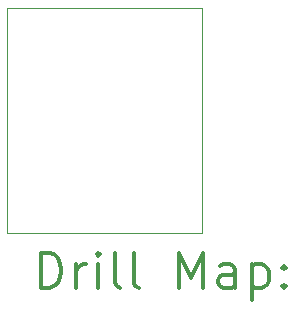
<source format=gbr>
%FSLAX45Y45*%
G04 Gerber Fmt 4.5, Leading zero omitted, Abs format (unit mm)*
G04 Created by KiCad (PCBNEW 5.1.6) date 2020-08-27 23:48:38*
%MOMM*%
%LPD*%
G01*
G04 APERTURE LIST*
%TA.AperFunction,Profile*%
%ADD10C,0.050000*%
%TD*%
%ADD11C,0.200000*%
%ADD12C,0.300000*%
G04 APERTURE END LIST*
D10*
X4953000Y-5080000D02*
X4953000Y-3175000D01*
X6604000Y-5080000D02*
X4953000Y-5080000D01*
X6604000Y-3175000D02*
X6604000Y-5080000D01*
X4953000Y-3175000D02*
X6604000Y-3175000D01*
D11*
D12*
X5236928Y-5548214D02*
X5236928Y-5248214D01*
X5308357Y-5248214D01*
X5351214Y-5262500D01*
X5379786Y-5291072D01*
X5394071Y-5319643D01*
X5408357Y-5376786D01*
X5408357Y-5419643D01*
X5394071Y-5476786D01*
X5379786Y-5505357D01*
X5351214Y-5533929D01*
X5308357Y-5548214D01*
X5236928Y-5548214D01*
X5536928Y-5548214D02*
X5536928Y-5348214D01*
X5536928Y-5405357D02*
X5551214Y-5376786D01*
X5565500Y-5362500D01*
X5594071Y-5348214D01*
X5622643Y-5348214D01*
X5722643Y-5548214D02*
X5722643Y-5348214D01*
X5722643Y-5248214D02*
X5708357Y-5262500D01*
X5722643Y-5276786D01*
X5736928Y-5262500D01*
X5722643Y-5248214D01*
X5722643Y-5276786D01*
X5908357Y-5548214D02*
X5879786Y-5533929D01*
X5865500Y-5505357D01*
X5865500Y-5248214D01*
X6065500Y-5548214D02*
X6036928Y-5533929D01*
X6022643Y-5505357D01*
X6022643Y-5248214D01*
X6408357Y-5548214D02*
X6408357Y-5248214D01*
X6508357Y-5462500D01*
X6608357Y-5248214D01*
X6608357Y-5548214D01*
X6879786Y-5548214D02*
X6879786Y-5391072D01*
X6865500Y-5362500D01*
X6836928Y-5348214D01*
X6779786Y-5348214D01*
X6751214Y-5362500D01*
X6879786Y-5533929D02*
X6851214Y-5548214D01*
X6779786Y-5548214D01*
X6751214Y-5533929D01*
X6736928Y-5505357D01*
X6736928Y-5476786D01*
X6751214Y-5448214D01*
X6779786Y-5433929D01*
X6851214Y-5433929D01*
X6879786Y-5419643D01*
X7022643Y-5348214D02*
X7022643Y-5648214D01*
X7022643Y-5362500D02*
X7051214Y-5348214D01*
X7108357Y-5348214D01*
X7136928Y-5362500D01*
X7151214Y-5376786D01*
X7165500Y-5405357D01*
X7165500Y-5491072D01*
X7151214Y-5519643D01*
X7136928Y-5533929D01*
X7108357Y-5548214D01*
X7051214Y-5548214D01*
X7022643Y-5533929D01*
X7294071Y-5519643D02*
X7308357Y-5533929D01*
X7294071Y-5548214D01*
X7279786Y-5533929D01*
X7294071Y-5519643D01*
X7294071Y-5548214D01*
X7294071Y-5362500D02*
X7308357Y-5376786D01*
X7294071Y-5391072D01*
X7279786Y-5376786D01*
X7294071Y-5362500D01*
X7294071Y-5391072D01*
M02*

</source>
